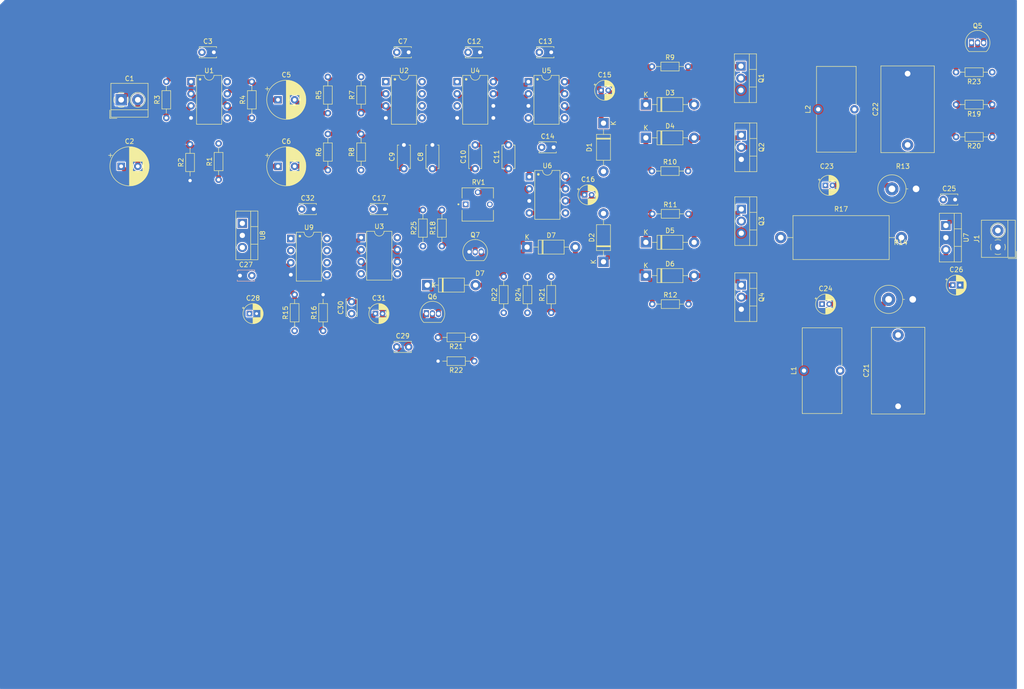
<source format=kicad_pcb>
(kicad_pcb (version 20221018) (generator pcbnew)
  (layers (0 "F.Cu" signal) (1 "In1.Cu" power) (2 "In2.Cu" power) (31 "B.Cu" power) (34 "B.Paste" user) (35 "F.Paste" user) (36 "B.SilkS" user "B.Silkscreen") (37 "F.SilkS" user "F.Silkscreen") (38 "B.Mask" user) (39 "F.Mask" user) (44 "Edge.Cuts" user))
  (net 0 "")
  (net 1 "+5V")
  (net 2 "GND")
  (net 3 "+12V")
  (net 4 "Net-(D1-K)")
  (net 5 "Net-(D2-K)")
  (net 6 "Net-(D3-A)")
  (net 7 "Net-(D4-K)")
  (net 8 "Net-(D4-A)")
  (net 9 "Net-(D5-A)")
  (net 10 "Net-(D6-K)")
  (net 11 "Net-(D6-A)")
  (net 12 "Net-(Q3-S)")
  (net 13 "Net-(Q1-S)")
  (net 15 "BIAS")
  (net 16 "B+")
  (net 17 "IN")
  (net 18 "Net-(C6-Pad2)")
  (net 19 "Net-(C23-Pad2)")
  (net 20 "Net-(C24-Pad2)")
  (net 21 "Net-(C10-Pad2)")
  (net 22 "Net-(U1A-+)")
  (net 23 "Net-(U1A--)")
  (net 24 "Net-(U1B--)")
  (net 25 "Net-(U2A--)")
  (net 26 "Net-(U2A-+)")
  (net 27 "Net-(U4-+)")
  (net 28 "Net-(U4-Q)")
  (net 29 "Net-(U4-~{Q})")
  (net 30 "Net-(C1-Pad1)")
  (net 31 "Net-(C5-Pad2)")
  (net 32 "DRIVE+")
  (net 33 "DRIVE-")
  (net 34 "Net-(Q5-B)")
  (net 35 "Net-(D7-K)")
  (net 36 "Net-(Q5-C)")
  (net 37 "Net-(D7-A)")
  (net 38 "Net-(Q6-C)")
  (net 39 "Net-(U3-DIS)")
  (net 40 "~{SHUTDOWN}")
  (net 41 "Net-(U3-CV)")
  (net 42 "Net-(U9A-+)")
  (net 43 "Net-(D3-K)")
  (net 44 "Net-(D5-K)")
  (net 45 "/LOUT-")
  (net 46 "/LOUT+")
  (net 47 "Net-(Q6-E)")
  (net 48 "Net-(Q6-B)")
  (net 49 "Net-(Q7-B)")
  (net 50 "Net-(U3-Q)")
  (net 51 "Net-(C5-Pad1)")
  (footprint "Resistor_THT:R_Axial_DIN0204_L3.6mm_D1.6mm_P7.62mm_Horizontal" (layer "F.Cu") (at 84 87.62 90)
    (fp_text reference "R15")
    (fp_text value "47k")
  )
  (footprint "Resistor_THT:R_Axial_DIN0204_L3.6mm_D1.6mm_P7.62mm_Horizontal" (layer "F.Cu") (at 138 83.81 90)
    (fp_text reference "R21")
    (fp_text value "220")
  )
  (footprint "PCM_Package_DIP_AKL:DIP-8_W7.62mm" (layer "F.Cu") (at 62.2 35.2)
    (fp_text reference "U1")
    (fp_text value "TL072" hide)
  )
  (footprint "Capacitor_THT:CP_Radial_D8.0mm_P3.50mm" (layer "F.Cu") (at 47.5 53)
    (fp_text reference "C2")
    (fp_text value "22u")
  )
  (footprint "Resistor_THT:R_Axial_DIN0922_L20.0mm_D9.0mm_P25.40mm_Horizontal" (layer "F.Cu") (at 211.7 68 180)
    (fp_text reference "R17")
    (fp_text value "0.5")
  )
  (footprint "Resistor_THT:R_Axial_DIN0204_L3.6mm_D1.6mm_P7.62mm_Horizontal" (layer "F.Cu") (at 121.81 89 180)
    (fp_text reference "R21")
    (fp_text value "1k")
  )
  (footprint "PCM_Package_DIP_AKL:DIP-8_W7.62mm" (layer "F.Cu") (at 133.2 35.2)
    (fp_text reference "U5")
    (fp_text value "IR2184" hide)
  )
  (footprint "Package_TO_SOT_THT:TO-220-3_Vertical" (layer "F.Cu") (at 221.055 65.46 -90)
    (fp_text reference "U7")
    (fp_text value "LM7812_TO220")
  )
  (footprint "Package_TO_SOT_THT:TO-220-3_Vertical" (layer "F.Cu") (at 178 46.46 -90)
    (fp_text reference "Q2")
    (fp_text value "IRF540N")
  )
  (footprint "Resistor_THT:R_Axial_DIN0204_L3.6mm_D1.6mm_P7.62mm_Horizontal" (layer "F.Cu") (at 68 55.81 90)
    (fp_text reference "R1")
    (fp_text value "22k")
  )
  (footprint "Resistor_THT:R_Axial_DIN0204_L3.6mm_D1.6mm_P7.62mm_Horizontal" (layer "F.Cu") (at 115 69.81 90)
    (fp_text reference "R18")
    (fp_text value "4.7k")
  )
  (footprint "Capacitor_THT:C_Disc_D3.4mm_W2.1mm_P2.50mm" (layer "F.Cu") (at 100.5 62)
    (fp_text reference "C17")
    (fp_text value "100n")
  )
  (footprint "Resistor_THT:R_Axial_DIN0204_L3.6mm_D1.6mm_P7.62mm_Horizontal" (layer "F.Cu") (at 75 42.81 90)
    (fp_text reference "R4")
    (fp_text value "47k")
  )
  (footprint "Capacitor_THT:C_Disc_D3.4mm_W2.1mm_P2.50mm" (layer "F.Cu") (at 85.5 62)
    (fp_text reference "C32")
    (fp_text value "100n")
  )
  (footprint "Capacitor_THT:CP_Radial_D4.0mm_P1.50mm" (layer "F.Cu") (at 101 84)
    (fp_text reference "C31")
    (fp_text value "10u")
  )
  (footprint "Resistor_THT:R_Axial_DIN0204_L3.6mm_D1.6mm_P7.62mm_Horizontal" (layer "F.Cu") (at 159.19 32)
    (fp_text reference "R9")
    (fp_text value "4.7")
  )
  (footprint "Diode_THT:D_DO-41_SOD81_P10.16mm_Horizontal" (layer "F.Cu") (at 132.92 70)
    (fp_text reference "D7")
    (fp_text value "LED")
  )
  (footprint "Diode_THT:D_DO-41_SOD81_P10.16mm_Horizontal" (layer "F.Cu") (at 149 43.92 -90)
    (fp_text reference "D1")
    (fp_text value "1N4001")
  )
  (footprint "Capacitor_THT:CP_Radial_D4.0mm_P1.50mm" (layer "F.Cu") (at 195.7 57)
    (fp_text reference "C23")
    (fp_text value "10u")
  )
  (footprint "Capacitor_THT:C_Disc_D3.4mm_W2.1mm_P2.50mm" (layer "F.Cu") (at 220.5 60)
    (fp_text reference "C25")
    (fp_text value "100n")
  )
  (footprint "Capacitor_THT:C_Disc_D3.4mm_W2.1mm_P2.50mm" (layer "F.Cu") (at 135.5 29)
    (fp_text reference "C13")
    (fp_text value "100n")
  )
  (footprint "Capacitor_THT:CP_Radial_D4.0mm_P1.50mm" (layer "F.Cu") (at 145 59)
    (fp_text reference "C16")
    (fp_text value "1u")
  )
  (footprint "Capacitor_THT:C_Disc_D3.4mm_W2.1mm_P2.50mm" (layer "F.Cu") (at 105.5 29)
    (fp_text reference "C7")
    (fp_text value "100n")
  )
  (footprint "Diode_THT:D_DO-41_SOD81_P10.16mm_Horizontal" (layer "F.Cu") (at 157.92 76)
    (fp_text reference "D6")
    (fp_text value "SB140")
  )
  (footprint "Resistor_THT:R_Axial_DIN0204_L3.6mm_D1.6mm_P7.62mm_Horizontal" (layer "F.Cu") (at 159.27 63)
    (fp_text reference "R11")
    (fp_text value "4.7")
  )
  (footprint "Capacitor_THT:CP_Radial_D8.0mm_P3.50mm" (layer "F.Cu") (at 80.5 53)
    (fp_text reference "C6")
    (fp_text value "22u")
  )
  (footprint "Package_TO_SOT_THT:TO-220-3_Vertical" (layer "F.Cu") (at 177.92 31.92 -90)
    (fp_text reference "Q1")
    (fp_text value "IRF540N")
  )
  (footprint "Resistor_THT:R_Axial_DIN0204_L3.6mm_D1.6mm_P7.62mm_Horizontal" (layer "F.Cu") (at 230.81 46.81 180)
    (fp_text reference "R20")
    (fp_text value "1k")
  )
  (footprint "Capacitor_THT:C_Disc_D3.4mm_W2.1mm_P2.50mm" (layer "F.Cu") (at 120.5 29)
    (fp_text reference "C12")
    (fp_text value "100n")
  )
  (footprint "Diode_THT:D_DO-41_SOD81_P10.16mm_Horizontal" (layer "F.Cu") (at 157.92 69)
    (fp_text reference "D5")
    (fp_text value "SB140")
  )
  (footprint "Inductor_THT:L_Toroid_Vertical_L17.8mm_W8.1mm_P7.62mm_Bourns_5700" (layer "F.Cu") (at 194.19 41 90)
    (fp_text reference "L2")
    (fp_text value "33u")
  )
  (footprint "Capacitor_THT:CP_Radial_D4.0mm_P1.50mm" (layer "F.Cu") (at 74.5 84)
    (fp_text reference "C28")
    (fp_text value "10u")
  )
  (footprint "Resistor_THT:R_Axial_DIN0204_L3.6mm_D1.6mm_P7.62mm_Horizontal" (layer "F.Cu") (at 223.19 33.19)
    (fp_text reference "R23")
    (fp_text value "4.7k")
  )
  (footprint "Capacitor_THT:CP_Radial_D8.0mm_P3.50mm" (layer "F.Cu") (at 80.5 39)
    (fp_text reference "C5")
    (fp_text value "22u")
  )
  (footprint "Capacitor_THT:C_Disc_D4.7mm_W2.5mm_P5.00mm" (layer "F.Cu") (at 122 53.5 90)
    (fp_text reference "C10")
    (fp_text value "1n")
  )
  (footprint "Capacitor_THT:C_Disc_D4.7mm_W2.5mm_P5.00mm" (layer "F.Cu") (at 113 53.5 90)
    (fp_text reference "C8")
    (fp_text value "1n")
  )
  (footprint "Capacitor_THT:CP_Radial_D4.0mm_P1.50mm" (layer "F.Cu") (at 148.5 37)
    (fp_text reference "C15")
    (fp_text value "1u")
  )
  (footprint "Package_DIP:DIP-8_W7.62mm" (layer "F.Cu") (at 98 68)
    (fp_text reference "U3")
    (fp_text value "NE555P")
  )
  (footprint "Resistor_THT:R_Axial_DIN0204_L3.6mm_D1.6mm_P7.62mm_Horizontal" (layer "F.Cu") (at 159.19 54)
    (fp_text reference "R10")
    (fp_text value "4.7")
  )
  (footprint "Resistor_THT:R_Axial_DIN0204_L3.6mm_D1.6mm_P7.62mm_Horizontal" (layer "F.Cu") (at 111 69.81 90)
    (fp_text reference "R25")
    (fp_text value "47k")
  )
  (footprint "Capacitor_THT:CP_Radial_D4.0mm_P1.50mm" (layer "F.Cu") (at 222.5 78)
    (fp_text reference "C26")
    (fp_text value "10u")
  )
  (footprint "PCM_Package_DIP_AKL:DIP-8_W7.62mm" (layer "F.Cu") (at 118.2 35.2)
    (fp_text reference "U4")
    (fp_text value "LT1016" hide)
  )
  (footprint "Capacitor_THT:C_Rect_L18.0mm_W11.0mm_P15.00mm_FKS3_FKP3" (layer "F.Cu") (at 211 88.5 -90)
    (fp_text reference "C21")
    (fp_text value "1u")
  )
  (footprint "Diode_THT:D_DO-41_SOD81_P10.16mm_Horizontal" (layer "F.Cu") (at 149 73.08 90)
    (fp_text reference "D2")
    (fp_text value "1N4001")
  )
  (footprint "Inductor_THT:L_Toroid_Vertical_L17.8mm_W8.1mm_P7.62mm_Bourns_5700" (layer "F.Cu") (at 191.19 96 90)
    (fp_text reference "L1")
    (fp_text value "33u")
  )
  (footprint "Capacitor_THT:C_Disc_D3.4mm_W2.1mm_P2.50mm" (layer "F.Cu") (at 96 84 90)
    (fp_text reference "C30")
    (fp_text value "10n")
  )
  (footprint "Capacitor_THT:C_Disc_D3.4mm_W2.1mm_P2.50mm" (layer "F.Cu") (at 136 49)
    (fp_text reference "C14")
    (fp_text value "100n")
  )
  (footprint "Resistor_THT:R_Axial_DIN0204_L3.6mm_D1.6mm_P7.62mm_Horizontal" (layer "F.Cu") (at 62 56 90)
    (fp_text reference "R2")
    (fp_text value "22k")
  )
  (footprint "Resistor_THT:R_Axial_DIN0204_L3.6mm_D1.6mm_P7.62mm_Horizontal" (layer "F.Cu") (at 91 41.81 90)
    (fp_text reference "R5")
    (fp_text value "3.3k")
  )
  (footprint "Resistor_THT:R_Axial_DIN0204_L3.6mm_D1.6mm_P7.62mm_Horizontal" (layer "F.Cu") (at 128 83.81 90)
    (fp_text reference "R22")
    (fp_text value "4.7k")
  )
  (footprint "TerminalBlock_4Ucon:TerminalBlock_4Ucon_1x02_P3.50mm_Horizontal" (layer "F.Cu") (at 232 70 90)
    (fp_text reference "J1")
    (fp_text value "POWER")
  )
  (footprint "Resistor_THT:R_Axial_DIN0204_L3.6mm_D1.6mm_P7.62mm_Horizontal" (layer "F.Cu") (at 133 83.81 90)
    (fp_text reference "R24")
    (fp_text value "4.7k")
  )
  (footprint "Resistor_THT:R_Axial_DIN0204_L3.6mm_D1.6mm_P7.62mm_Horizontal" (layer "F.Cu") (at 57 42.81 90)
    (fp_text reference "R3")
    (fp_text value "47k")
  )
  (footprint "Capacitor_THT:CP_Radial_D4.0mm_P1.50mm" (layer "F.Cu") (at 195 82)
    (fp_text reference "C24")
    (fp_text value "10u")
  )
  (footprint "Resistor_THT:R_Axial_DIN0204_L3.6mm_D1.6mm_P7.62mm_Horizontal" (layer "F.Cu") (at 90 87.62 90)
    (fp_text reference "R16")
    (fp_text value "47k")
  )
  (footprint "TerminalBlock_4Ucon:TerminalBlock_4Ucon_1x02_P3.50mm_Horizontal" (layer "F.Cu") (at 47.5 39)
    (fp_text reference "C1")
    (fp_text value "22u")
  )
  (footprint "Capacitor_THT:C_Disc_D3.4mm_W2.1mm_P2.50mm" (layer "F.Cu") (at 105.5 91)
    (fp_text reference "C29")
    (fp_text value "220n")
  )
  (footprint "Package_TO_SOT_THT:TO-220-3_Vertical" (layer "F.Cu") (at 178 78 -90)
    (fp_text reference "Q4")
    (fp_text value "IRF540N")
  )
  (footprint "Package_TO_SOT_THT:TO-92_Inline" (layer "F.Cu") (at 111.73 84)
    (fp_text reference "Q6")
    (fp_text value "2N3904")
  )
  (footprint "Package_TO_SOT_THT:TO-92_Inline" (layer "F.Cu") (at 226.46 27)
    (fp_text reference "Q5")
    (fp_text value "2N3906")
  )
  (footprint "PCM_Package_DIP_AKL:DIP-8_W7.62mm" (layer "F.Cu") (at 133.38 55.2)
    (fp_text reference "U6")
    (fp_text value "IR2184" hide)
  )
  (footprint "Resistor_THT:R_Axial_DIN0614_L14.3mm_D5.7mm_P5.08mm_Vertical" (layer "F.Cu") (at 209 81)
    (fp_text reference "R14")
    (fp_text value "10")
  )
  (footprint "Potentiometer_THT:TRIM_3362P-1-253LF" (layer "F.Cu") (at 122.54 61)
    (fp_text reference "RV1")
    (fp_text value "1k")
  )
  (footprint "PCM_Package_DIP_AKL:DIP-8_W7.62mm" (layer "F.Cu") (at 103.2 35.2)
    (fp_text reference "U2")
    (fp_text value "TL072" hide)
  )
  (footprint "Diode_THT:D_DO-41_SOD81_P10.16mm_Horizontal" (layer "F.Cu") (at 157.92 40)
    (fp_text reference "D3")
    (fp_text value "SB140")
  )
  (footprint "Resistor_THT:R_Axial_DIN0204_L3.6mm_D1.6mm_P7.62mm_Horizontal" (layer "F.Cu") (at 121.81 94 180)
    (fp_text reference "R22")
    (fp_text value "2.2k")
  )
  (footprint "Package_TO_SOT_THT:TO-220-3_Vertical" (layer "F.Cu") (at 178 62 -90)
    (fp_text reference "Q3")
    (fp_text value "IRF540N")
  )
  (footprint "Diode_THT:D_DO-41_SOD81_P10.16mm_Horizontal" (layer "F.Cu") (at 111.92 78)
    (fp_text reference "D7")
    (fp_text value "1N4001")
  )
  (footprint "Resistor_THT:R_Axial_DIN0204_L3.6mm_D1.6mm_P7.62mm_Horizontal" (layer "F.Cu") (at 223.19 40)
    (fp_text reference "R19")
    (fp_text value "2.2k")
  )
  (footprint "Capacitor_THT:C_Disc_D4.7mm_W2.5mm_P5.00mm" (layer "F.Cu") (at 107 53.5 90)
    (fp_text reference "C9")
    (fp_text value "1n")
  )
  (footprint "Capacitor_THT:C_Disc_D4.7mm_W2.5mm_P5.00mm" (layer "F.Cu") (at 129 53.5 90)
    (fp_text reference "C11")
    (fp_text value "1n")
  )
  (footprint "Resistor_THT:R_Axial_DIN0204_L3.6mm_D1.6mm_P7.62mm_Horizontal" (layer "F.Cu") (at 159.27 82)
    (fp_text reference "R12")
    (fp_text value "4.7")
  )
  (footprint "Package_TO_SOT_THT:TO-92_Inline" (layer "F.Cu") (at 120.73 71)
    (fp_text reference "Q7")
    (fp_text value "2N3904")
  )
  (footprint "Resistor_THT:R_Axial_DIN0204_L3.6mm_D1.6mm_P7.62mm_Horizontal" (layer "F.Cu") (at 98 46.19 -90)
    (fp_text reference "R8")
    (fp_text value "100k")
  )
  (footprint "Capacitor_THT:C_Disc_D3.4mm_W2.1mm_P2.50mm" (layer "F.Cu") (at 64.5 29)
    (fp_text reference "C3")
    (fp_text value "100n")
  )
  (footprint "Resistor_THT:R_Axial_DIN0614_L14.3mm_D5.7mm_P5.08mm_Vertical" (layer "F.Cu") (at 209.7 57.75)
    (fp_text reference "R13")
    (fp_text value "10")
  )
  (footprint "Resistor_THT:R_Axial_DIN0204_L3.6mm_D1.6mm_P7.62mm_Horizontal" (layer "F.Cu") (at 91 53.81 90)
    (fp_text reference "R6")
    (fp_text value "3.3k")
  )
  (footprint "Capacitor_THT:C_Rect_L18.0mm_W11.0mm_P15.00mm_FKS3_FKP3" (layer "F.Cu") (at 213 48.5 90)
    (fp_text reference "C22")
    (fp_text value "1u")
  )
  (footprint "Resistor_THT:R_Axial_DIN0204_L3.6mm_D1.6mm_P7.62mm_Horizontal" (layer "F.Cu") (at 98 41.81 90)
    (fp_text reference "R7")
    (fp_text value "100k")
  )
  (footprint "PCM_Package_DIP_AKL:DIP-8_W7.62mm" (layer "F.Cu") (at 83.2 68.2)
    (fp_text reference "U9")
    (fp_text value "LM358" hide)
  )
  (footprint "Package_TO_SOT_THT:TO-220-3_Vertical" (layer "F.Cu") (at 73 65 -90)
    (fp_text reference "U8")
    (fp_text value "LM7805_TO220")
  )
  (footprint "Diode_THT:D_DO-41_SOD81_P10.16mm_Horizontal" (layer "F.Cu") (at 157.92 47)
    (fp_text reference "D4")
    (fp_text value "SB140")
  )
  (footprint "Capacitor_THT:C_Disc_D3.4mm_W2.1mm_P2.50mm" (layer "B.Cu") (at 75 76 180)
    (fp_text reference "C27")
    (fp_text value "100n")
  )
  (segment (start 221.055 70.54) (end 221.055 77.555) (width 1) (layer "F.Cu") (net 3))
  (segment (start 221.055 77.555) (end 221.5 78) (width 1) (layer "F.Cu") (net 3))
  (segment (start 146.7 35.2) (end 148.5 37) (width 1) (layer "F.Cu") (net 4))
  (segment (start 149 43.92) (end 148.5 43.42) (width 1) (layer "F.Cu") (net 4))
  (segment (start 140.82 35.2) (end 146.7 35.2) (width 1) (layer "F.Cu") (net 4))
  (segment (start 148.5 43.42) (end 148.5 37) (width 1) (layer "F.Cu") (net 4))
  (segment (start 147.7 57.7) (end 150.8 60.8) (width 1) (layer "F.Cu") (net 5))
  (segment (start 145.7 57.7) (end 147.7 57.7) (width 1) (layer "F.Cu") (net 5))
  (segment (start 150.8 60.8) (end 150.8 71.28) (width 1) (layer "F.Cu") (net 5))
  (segment (start 145 58.4) (end 145.7 57.7) (width 1) (layer "F.Cu") (net 5))
  (segment (start 145 59) (end 145 58.4) (width 1) (layer "F.Cu") (net 5))
  (segment (start 145 59) (end 144.8 59) (width 1) (layer "F.Cu") (net 5))
  (segment (start 150.8 71.28) (end 149 73.08) (width 1) (layer "F.Cu") (net 5))
  (segment (start 144.8 59) (end 141 55.2) (width 1) (layer "F.Cu") (net 5))
  (segment (start 166.81 32) (end 166.81 38.73) (width 1) (layer "F.Cu") (net 6))
  (segment (start 166.81 38.73) (end 168.08 40) (width 1) (layer "F.Cu") (net 6))
  (segment (start 177.84 32) (end 177.92 31.92) (width 1) (layer "F.Cu") (net 6))
  (segment (start 166.81 32) (end 177.84 32) (width 1) (layer "F.Cu") (net 6))
  (segment (start 157.92 47) (end 157.92 52.73) (width 1) (layer "F.Cu") (net 7))
  (segment (start 157.92 52.73) (end 159.19 54) (width 1) (layer "F.Cu") (net 7))
  (segment (start 166.81 54) (end 166.81 48.27) (width 1) (layer "F.Cu") (net 8))
  (segment (start 168.08 47) (end 177.46 47) (width 1) (layer "F.Cu") (net 8))
  (segment (start 166.81 48.27) (end 168.08 47) (width 1) (layer "F.Cu") (net 8))
  (segment (start 177.46 47) (end 178 46.46) (width 1) (layer "F.Cu") (net 8))
  (segment (start 168.08 69) (end 168.08 64.19) (width 1) (layer "F.Cu") (net 9))
  (segment (start 166.89 63) (end 177 63) (width 1) (layer "F.Cu") (net 9))
  (segment (start 177 63) (end 178 62) (width 1) (layer "F.Cu") (net 9))
  (segment (start 168.08 64.19) (end 166.89 63) (width 1) (layer "F.Cu") (net 9))
  (segment (start 147.73005 75) (end 156.92 75) (width 1) (layer "F.Cu") (net 10))
  (segment (start 138.443926 62.82) (end 145.623926 70) (width 1) (layer "F.Cu") (net 10))
  (segment (start 145.623926 72.893876) (end 147.73005 75) (width 1) (layer "F.Cu") (net 10))
  (segment (start 159.27 82) (end 159.27 77.35) (width 1) (layer "F.Cu") (net 10))
  (segment (start 145.623926 70) (end 145.623926 72.893876) (width 1) (layer "F.Cu") (net 10))
  (segment (start 159.27 77.35) (end 157.92 76) (width 1) (layer "F.Cu") (net 10))
  (segment (start 156.92 75) (end 157.92 76) (width 1) (layer "F.Cu") (net 10))
  (segment (start 133.38 62.82) (end 138.443926 62.82) (width 1) (layer "F.Cu") (net 10))
  (segment (start 166.89 82) (end 166.89 77.19) (width 1) (layer "F.Cu") (net 11))
  (segment (start 166.89 77.19) (end 168.08 76) (width 1) (layer "F.Cu") (net 11))
  (segment (start 176 76) (end 178 78) (width 1) (layer "F.Cu") (net 11))
  (segment (start 168.08 76) (end 176 76) (width 1) (layer "F.Cu") (net 11))
  (segment (start 191.19 96) (end 182 86.81) (width 3) (layer "F.Cu") (net 12))
  (segment (start 145.88995 60.3) (end 141.02 60.3) (width 1) (layer "F.Cu") (net 12))
  (segment (start 182 86.81) (end 182 81) (width 3) (layer "F.Cu") (net 12))
  (segment (start 146.5 59.68995) (end 145.88995 60.3) (width 1) (layer "F.Cu") (net 12))
  (segment (start 182 71.08) (end 178.1125 67.1925) (width 3) (layer "F.Cu") (net 12))
  (segment (start 178.1125 67.1925) (end 178 67.1925) (width 3) (layer "F.Cu") (net 12))
  (segment (start 178 80.54) (end 181 80.54) (width 1) (layer "F.Cu") (net 12))
  (segment (start 182 81) (end 181.54 80.54) (width 3) (layer "F.Cu") (net 12))
  (segment (start 182 81) (end 182 71.08) (width 3) (layer "F.Cu") (net 12))
  (segment (start 146.5 59) (end 146.5 59.68995) (width 1) (layer "F.Cu") (net 12))
  (segment (start 181.54 80.54) (end 181 80.54) (width 3) (layer "F.Cu") (net 12))
  (segment (start 141.02 60.3) (end 141 60.28) (width 1) (layer "F.Cu") (net 12))
  (segment (start 153 40) (end 154.8 41.8) (width 1) (layer "F.Cu") (net 13))
  (segment (start 186 41) (end 182.1125 37.1125) (width 3) (layer "F.Cu") (net 13))
  (segment (start 182.1125 37.1125) (end 177.92 37.1125) (width 3) (layer "F.Cu") (net 13))
  (segment (start 178 49) (end 181 49) (width 1) (layer "F.Cu") (net 13))
  (segment (start 154.8 41.8) (end 173.12 41.8) (width 1) (layer "F.Cu") (net 13))
  (segment (start 146.26 45.72) (end 151.28 45.72) (width 1) (layer "F.Cu") (net 13))
  (segment (start 173.12 41.8) (end 177.92 37) (width 1) (layer "F.Cu") (net 13))
  (segment (start 151.28 45.72) (end 153 44) (width 1) (layer "F.Cu") (net 13))
  (segment (start 181 46) (end 181 49) (width 3) (layer "F.Cu") (net 13))
  (segment (start 153 44) (end 153 40) (width 1) (layer "F.Cu") (net 13))
  (segment (start 150 37) (end 153 40) (width 1) (layer "F.Cu") (net 13))
  (segment (start 186 41) (end 181 46) (width 3) (layer "F.Cu") (net 13))
  (segment (start 194.19 41) (end 186 41) (width 3) (layer "F.Cu") (net 13))
  (segment (start 140.82 40.28) (end 146.26 45.72) (width 1) (layer "F.Cu") (net 13))
  (segment (start 226.46 27) (end 226.46 36.73) (width 1) (layer "F.Cu") (net 16))
  (segment (start 224.59 61.925) (end 221.055 65.46) (width 1) (layer "F.Cu") (net 16))
  (segment (start 226.46 36.73) (end 223.19 40) (width 1) (layer "F.Cu") (net 16))
  (segment (start 224.59 41.4) (end 224.59 61.925) (width 1) (layer "F.Cu") (net 16))
  (segment (start 223.19 40) (end 224.59 41.4) (width 1) (layer "F.Cu") (net 16))
  (segment (start 51 39) (end 51 53) (width 1) (layer "F.Cu") (net 17))
  (segment (start 84 53) (end 90.19 53) (width 1) (layer "F.Cu") (net 18))
  (segment (start 90.19 53) (end 91 53.81) (width 1) (layer "F.Cu") (net 18))
  (segment (start 208.95 57) (end 209.7 57.75) (width 1) (layer "F.Cu") (net 19))
  (segment (start 197.2 57) (end 208.95 57) (width 1) (layer "F.Cu") (net 19))
  (segment (start 196.5 82) (end 208 82) (width 1) (layer "F.Cu") (net 20))
  (segment (start 208 82) (end 209 81) (width 1) (layer "F.Cu") (net 20))
  (segment (start 124 48.5) (end 129 53.5) (width 1) (layer "F.Cu") (net 21))
  (segment (start 124.04 58.46) (end 129 53.5) (width 1) (layer "F.Cu") (net 21))
  (segment (start 122.54 58.46) (end 124.04 58.46) (width 1) (layer "F.Cu") (net 21))
  (segment (start 122 48.5) (end 124 48.5) (width 1) (layer "F.Cu") (net 21))
  (segment (start 55.88 54.5) (end 62 48.38) (width 1) (layer "F.Cu") (net 22))
  (segment (start 68 55.81) (end 68 54.38) (width 1) (layer "F.Cu") (net 22))
  (segment (start 68 54.38) (end 62 48.38) (width 1) (layer "F.Cu") (net 22))
  (segment (start 60.7 41.78) (end 62.2 40.28) (width 1) (layer "F.Cu") (net 22))
  (segment (start 47.5 53) (end 49 54.5) (width 1) (layer "F.Cu") (net 22))
  (segment (start 49 54.5) (end 55.88 54.5) (width 1) (layer "F.Cu") (net 22))
  (segment (start 60.7 47.08) (end 60.7 41.78) (width 1) (layer "F.Cu") (net 22))
  (segment (start 62 48.38) (end 60.7 47.08) (width 1) (layer "F.Cu") (net 22))
  (segment (start 80.5 53) (end 70 53) (width 1) (layer "F.Cu") (net 23))
  (segment (start 62.2 37.74) (end 62.2 35.2) (width 1) (layer "F.Cu") (net 23))
  (segment (start 70 53) (end 63.7 46.7) (width 1) (layer "F.Cu") (net 23))
  (segment (start 63.7 39.24) (end 62.2 37.74) (width 1) (layer "F.Cu") (net 23))
  (segment (start 63.7 46.7) (end 63.7 39.24) (width 1) (layer "F.Cu") (net 23))
  (segment (start 75 42.81) (end 72.35 42.81) (width 1) (layer "F.Cu") (net 24))
  (segment (start 62.58995 33) (end 59.19 33) (width 1) (layer "F.Cu") (net 24))
  (segment (start 69.82 40.28) (end 69.82 40.23005) (width 1) (layer "F.Cu") (net 24))
  (segment (start 59.19 33) (end 57 35.19) (width 1) (layer "F.Cu") (net 24))
  (segment (start 72.35 42.81) (end 69.82 40.28) (width 1) (layer "F.Cu") (net 24))
  (segment (start 69.82 40.23005) (end 62.58995 33) (width 1) (layer "F.Cu") (net 24))
  (segment (start 98 41.81) (end 102.07 37.74) (width 1) (layer "F.Cu") (net 25))
  (segment (start 98 41.19) (end 98 41.81) (width 1) (layer "F.Cu") (net 25))
  (segment (start 113 53.5) (end 122 53.5) (width 1) (layer "F.Cu") (net 25))
  (segment (start 91 34.19) (end 98 41.19) (width 1) (layer "F.Cu") (net 25))
  (segment (start 102.07 37.74) (end 103.2 37.74) (width 1) (layer "F.Cu") (net 25))
  (segment (start 107 44.08) (end 105.5 45.58) (width 1) (layer "F.Cu") (net 26))
  (segment (start 101.72 40.28) (end 103.2 40.28) (width 1) (layer "F.Cu") (net 26))
  (segment (start 97 45.19) (end 98 46.19) (width 1) (layer "F.Cu") (net 26))
  (segment (start 107 53.5) (end 105.31 53.5) (width 1) (layer "F.Cu") (net 26))
  (segment (start 103.2 40.28) (end 107 44.08) (width 1) (layer "F.Cu") (net 26))
  (segment (start 97 45) (end 97 45.19) (width 1) (layer "F.Cu") (net 26))
  (segment (start 96 45) (end 97 45) (width 1) (layer "F.Cu") (net 26))
  (segment (start 105.5 52) (end 107 53.5) (width 1) (layer "F.Cu") (net 26))
  (segment (start 94.81 46.19) (end 96 45) (width 1) (layer "F.Cu") (net 26))
  (segment (start 91 46.19) (end 94.81 46.19) (width 1) (layer "F.Cu") (net 26))
  (segment (start 105.31 53.5) (end 98 46.19) (width 1) (layer "F.Cu") (net 26))
  (segment (start 105.5 45.58) (end 105.5 52) (width 1) (layer "F.Cu") (net 26))
  (segment (start 128.96 48.5) (end 129 48.5) (width 1) (layer "F.Cu") (net 27))
  (segment (start 118.2 37.74) (end 128.96 48.5) (width 1) (layer "F.Cu") (net 27))
  (segment (start 130.66 37.74) (end 133.2 35.2) (width 1) (layer "F.Cu") (net 28))
  (segment (start 125.82 37.74) (end 130.66 37.74) (width 1) (layer "F.Cu") (net 28))
  (segment (start 134.942896 47.942896) (end 133.38 49.505792) (width 1) (layer "F.Cu") (net 29))
  (segment (start 127.32 33.7) (end 134.28995 33.7) (width 1) (layer "F.Cu") (net 29))
  (segment (start 134.942896 34.352946) (end 134.942896 47.942896) (width 1) (layer "F.Cu") (net 29))
  (segment (start 134.28995 33.7) (end 134.942896 34.352946) (width 1) (layer "F.Cu") (net 29))
  (segment (start 133.38 49.505792) (end 133.38 55.2) (width 1) (layer "F.Cu") (net 29))
  (segment (start 125.82 35.2) (end 127.32 33.7) (width 1) (layer "F.Cu") (net 29))
  (segment (start 47.5 39) (end 49.394881 37.105119) (width 1) (layer "F.Cu") (net 30))
  (segment (start 57 42.115104) (end 57 42.81) (width 1) (layer "F.Cu") (net 30))
  (segment (start 51.990015 37.105119) (end 57 42.115104) (width 1) (layer "F.Cu") (net 30))
  (segment (start 49.394881 37.105119) (end 51.990015 37.105119) (width 1) (layer "F.Cu") (net 30))
  (segment (start 86.81 41.81) (end 84 39) (width 1) (layer "F.Cu") (net 31))
  (segment (start 91 41.81) (end 86.81 41.81) (width 1) (layer "F.Cu") (net 31))
  (segment (start 210.84 34.46) (end 177.92 34.46) (width 1) (layer "F.Cu") (net 32))
  (segment (start 223.19 46.81) (end 210.84 34.46) (width 1) (layer "F.Cu") (net 32))
  (segment (start 230.81 46.81) (end 230.81 40) (width 1) (layer "F.Cu") (net 34))
  (segment (start 227.73 27) (end 227.73 36.92) (width 1) (layer "F.Cu") (net 34))
  (segment (start 227.73 36.92) (end 230.81 40) (width 1) (layer "F.Cu") (net 34))
  (segment (start 116.81 89) (end 121.81 94) (width 1) (layer "F.Cu") (net 35))
  (segment (start 115.495 87.695) (end 114.19 89) (width 1) (layer "F.Cu") (net 35))
  (segment (start 111.92 78) (end 115.495 81.575) (width 1) (layer "F.Cu") (net 35))
  (segment (start 115.495 81.575) (end 115.495 87.695) (width 1) (layer "F.Cu") (net 35))
  (segment (start 114.19 89) (end 116.81 89) (width 1) (layer "F.Cu") (net 35))
  (segment (start 223.19 33.19) (end 223.19 28.00505) (width 1) (layer "F.Cu") (net 36))
  (segment (start 229 26.253675) (end 229 27) (width 1) (layer "F.Cu") (net 36))
  (segment (start 225.64505 25.55) (end 228.296325 25.55) (width 1) (layer "F.Cu") (net 36))
  (segment (start 228.296325 25.55) (end 229 26.253675) (width 1) (layer "F.Cu") (net 36))
  (segment (start 223.19 28.00505) (end 225.64505 25.55) (width 1) (layer "F.Cu") (net 36))
  (segment (start 132.19 78) (end 122.08 78) (width 1) (layer "F.Cu") (net 37))
  (segment (start 143.08 78.73) (end 143.08 70) (width 1) (layer "F.Cu") (net 37))
  (segment (start 138 83.81) (end 132.19 78) (width 1) (layer "F.Cu") (net 37))
  (segment (start 138 83.81) (end 143.08 78.73) (width 1) (layer "F.Cu") (net 37))
  (segment (start 96.5 76.5) (end 100 80) (width 1) (layer "F.Cu") (net 38))
  (segment (start 100 80) (end 111.016325 80) (width 1) (layer "F.Cu") (net 38))
  (segment (start 98 70.54) (end 96.5 72.04) (width 1) (layer "F.Cu") (net 38))
  (segment (start 111.016325 80) (end 114.27 83.253675) (width 1) (layer "F.Cu") (net 38))
  (segment (start 96.5 72.04) (end 96.5 76.5) (width 1) (layer "F.Cu") (net 38))
  (segment (start 114.27 83.253675) (end 114.27 84) (width 1) (layer "F.Cu") (net 38))
  (segment (start 105.62 72.28) (end 99.84 66.5) (width 1) (layer "F.Cu") (net 39))
  (segment (start 88.6 80.6) (end 93.5 85.5) (width 1) (layer "F.Cu") (net 39))
  (segment (start 103.67 67.835792) (end 103.67 68.59) (width 1) (layer "F.Cu") (net 39))
  (segment (start 88.6 68.305792) (end 88.6 80.6) (width 1) (layer "F.Cu") (net 39))
  (segment (start 105.62 73.08) (end 105.62 70.54) (width 1) (layer "F.Cu") (net 39))
  (segment (start 99.5 85.5) (end 101 84) (width 1) (layer "F.Cu") (net 39))
  (segment (start 90.405792 66.5) (end 88.6 68.305792) (width 1) (layer "F.Cu") (net 39))
  (segment (start 93.5 85.5) (end 99.5 85.5) (width 1) (layer "F.Cu") (net 39))
  (segment (start 105.62 73.08) (end 105.62 72.28) (width 1) (layer "F.Cu") (net 39))
  (segment (start 109.315792 62.19) (end 103.67 67.835792) (width 1) (layer "F.Cu") (net 39))
  (segment (start 99.84 66.5) (end 90.405792 66.5) (width 1) (layer "F.Cu") (net 39))
  (segment (start 111 62.19) (end 109.315792 62.19) (width 1) (layer "F.Cu") (net 39))
  (segment (start 103.67 68.59) (end 105.62 70.54) (width 1) (layer "F.Cu") (net 39))
  (segment (start 132.58 57.74) (end 131.7 56.86) (width 1) (layer "F.Cu") (net 40))
  (segment (start 131.88 68.96) (end 131.88 59.24) (width 1) (layer "F.Cu") (net 40))
  (segment (start 131.7 56.86) (end 131.7 39.24) (width 1) (layer "F.Cu") (net 40))
  (segment (start 123.27 71.46) (end 128 76.19) (width 1) (layer "F.Cu") (net 40))
  (segment (start 132.92 70) (end 131.88 68.96) (width 1) (layer "F.Cu") (net 40))
  (segment (start 128 76.19) (end 128 74.92) (width 1) (layer "F.Cu") (net 40))
  (segment (start 128 74.92) (end 132.92 70) (width 1) (layer "F.Cu") (net 40))
  (segment (start 133.38 57.74) (end 132.58 57.74) (width 1) (layer "F.Cu") (net 40))
  (segment (start 131.88 59.24) (end 133.38 57.74) (width 1) (layer "F.Cu") (net 40))
  (segment (start 123.27 71) (end 123.27 71.46) (width 1) (layer "F.Cu") (net 40))
  (segment (start 131.7 39.24) (end 133.2 37.74) (width 1) (layer "F.Cu") (net 40))
  (segment (start 90 87.62) (end 84 81.62) (width 1) (layer "F.Cu") (net 42))
  (segment (start 84 81.62) (end 84 80) (width 1) (layer "F.Cu") (net 42))
  (segment (start 84 80) (end 81.7 77.7) (width 1) (layer "F.Cu") (net 42))
  (segment (start 81.7 74.78) (end 83.2 73.28) (width 1) (layer "F.Cu") (net 42))
  (segment (start 81.7 77.7) (end 81.7 74.78) (width 1) (layer "F.Cu") (net 42))
  (segment (start 140.82 37.74) (end 139.32 36.24) (width 1) (layer "F.Cu") (net 43))
  (segment (start 141.905792 32) (end 159.19 32) (width 1) (layer "F.Cu") (net 43))
  (segment (start 139.32 34.585792) (end 141.905792 32) (width 1) (layer "F.Cu") (net 43))
  (segment (start 157.92 33.27) (end 159.19 32) (width 1) (layer "F.Cu") (net 43))
  (segment (start 139.32 36.24) (end 139.32 34.585792) (width 1) (layer "F.Cu") (net 43))
  (segment (start 157.92 40) (end 157.92 33.27) (width 1) (layer "F.Cu") (net 43))
  (segment (start 139.5 54.585792) (end 140.385792 53.7) (width 1) (layer "F.Cu") (net 44))
  (segment (start 141 57.74) (end 139.5 56.24) (width 1) (layer "F.Cu") (net 44))
  (segment (start 140.385792 53.7) (end 141.614208 53.7) (width 1) (layer "F.Cu") (net 44))
  (segment (start 157.92 69) (end 157.92 64.35) (width 1) (layer "F.Cu") (net 44))
  (segment (start 139.5 56.24) (end 139.5 54.585792) (width 1) (layer "F.Cu") (net 44))
  (segment (start 143.914208 56) (end 152.27 56) (width 1) (layer "F.Cu") (net 44))
  (segment (start 152.27 56) (end 159.27 63) (width 1) (layer "F.Cu") (net 44))
  (segment (start 141.614208 53.7) (end 143.914208 56) (width 1) (layer "F.Cu") (net 44))
  (segment (start 157.92 64.35) (end 159.27 63) (width 1) (layer "F.Cu") (net 44))
  (segment (start 108 87.73) (end 111.73 84) (width 1) (layer "F.Cu") (net 47))
  (segment (start 108 91) (end 108 87.73) (width 1) (layer "F.Cu") (net 47))
  (segment (start 94 79.5) (end 94 72) (width 1) (layer "F.Cu") (net 47))
  (segment (start 96 81.5) (end 94 79.5) (width 1) (layer "F.Cu") (net 47))
  (segment (start 94 72) (end 98 68) (width 1) (layer "F.Cu") (net 47))
  (segment (start 102.5 83.31005) (end 102.5 84) (width 1) (layer "F.Cu") (net 47))
  (segment (start 96 81.5) (end 100.68995 81.5) (width 1) (layer "F.Cu") (net 47))
  (segment (start 102.5 84) (end 102.5 85.5) (width 1) (layer "F.Cu") (net 47))
  (segment (start 102.5 85.5) (end 108 91) (width 1) (layer "F.Cu") (net 47))
  (segment (start 100.68995 81.5) (end 102.5 83.31005) (width 1) (layer "F.Cu") (net 47))
  (segment (start 108.614208 92.5) (end 113 88.114208) (width 1) (layer "F.Cu") (net 48))
  (segment (start 105.5 91) (end 107 92.5) (width 1) (layer "F.Cu") (net 48))
  (segment (start 107 92.5) (end 108.614208 92.5) (width 1) (layer "F.Cu") (net 48))
  (segment (start 113 88.114208) (end 113 84) (width 1) (layer "F.Cu") (net 48))
  (segment (start 122 70.00505) (end 122 71) (width 1) (layer "F.Cu") (net 49))
  (segment (start 115.492264 69.317736) (end 121.312686 69.317736) (width 1) (layer "F.Cu") (net 49))
  (segment (start 115 69.81) (end 115.492264 69.317736) (width 1) (layer "F.Cu") (net 49))
  (segment (start 121.312686 69.317736) (end 122 70.00505) (width 1) (layer "F.Cu") (net 49))
  (segment (start 115 62.19) (end 107.12 70.07) (width 1) (layer "F.Cu") (net 50))
  (segment (start 107.12 76.68) (end 106.68 77.12) (width 1) (layer "F.Cu") (net 50))
  (segment (start 106.68 77.12) (end 102.04 77.12) (width 1) (layer "F.Cu") (net 50))
  (segment (start 102.04 77.12) (end 98 73.08) (width 1) (layer "F.Cu") (net 50))
  (segment (start 107.12 70.07) (end 107.12 76.68) (width 1) (layer "F.Cu") (net 50))
  (segment (start 78.81 39) (end 75 35.19) (width 1) (layer "F.Cu") (net 51))
  (segment (start 75 35.19) (end 72.37 35.19) (width 1) (layer "F.Cu") (net 51))
  (segment (start 80.5 39) (end 78.81 39) (width 1) (layer "F.Cu") (net 51))
  (segment (start 72.37 35.19) (end 69.82 37.74) (width 1) (layer "F.Cu") (net 51))
  (zone (net 2) (net_name "GND") (layer "B.Cu") (name "Gound plane") (connect_pads yes (clearance 0)) (min_thickness 0.25) (fill yes (thermal_gap 0.5) (thermal_bridge_width 0.5))
    (polygon (pts (xy 236 18) (xy 236 163) (xy 22 163) (xy 22 19) (xy 23 18)))
  )
)
</source>
